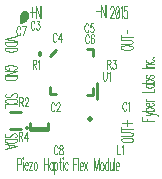
<source format=gto>
G04 DipTrace 2.4.0.2*
%INDRV2667.gto*%
%MOMM*%
%ADD10C,0.25*%
%ADD29O,0.511X0.48*%
%ADD30O,0.312X0.377*%
%ADD35O,0.407X0.494*%
%ADD41O,0.723X0.863*%
%ADD64C,0.118*%
%ADD65C,0.111*%
%FSLAX53Y53*%
G04*
G71*
G90*
G75*
G01*
%LNTopSilk*%
%LPD*%
X19983Y16624D2*
D10*
Y17923D1*
X15887Y14152D2*
X14289D1*
X15887Y13962D2*
X14289D1*
X15887D2*
Y14561D1*
X14289Y13962D2*
Y14561D1*
D29*
X19379Y14897D3*
X13591Y14071D2*
D10*
X12590D1*
X13591Y15472D2*
X12590D1*
D30*
X14061Y14150D3*
D35*
X15164Y20408D3*
X16034Y20202D2*
D10*
X16542Y20767D1*
X19179Y20787D2*
X19687D1*
Y20222D1*
X19698Y17526D2*
Y16961D1*
X19189D1*
X15994Y17570D2*
Y17004D1*
X16503D1*
G36*
X13597Y22938D2*
X14214Y23572D1*
X13731Y23918D1*
X13604Y23762D1*
X13597Y22938D1*
G37*
D41*
X13879Y23633D3*
X13594Y23055D2*
D10*
G03X14111Y23558I-68J586D01*
G01*
X13581Y23078D2*
G02X13641Y23698I970J219D01*
G01*
X22482Y16180D2*
D64*
X22461Y16253D1*
X22417Y16326D1*
X22373Y16362D1*
X22286D1*
X22242Y16326D1*
X22198Y16253D1*
X22176Y16180D1*
X22154Y16071D1*
Y15888D1*
X22176Y15780D1*
X22198Y15706D1*
X22242Y15634D1*
X22286Y15597D1*
X22373D1*
X22417Y15634D1*
X22461Y15706D1*
X22482Y15780D1*
X22623Y16216D2*
X22667Y16253D1*
X22733Y16362D1*
Y15597D1*
X16401Y16115D2*
X16380Y16187D1*
X16336Y16261D1*
X16292Y16297D1*
X16205D1*
X16161Y16261D1*
X16117Y16187D1*
X16095Y16115D1*
X16073Y16005D1*
Y15823D1*
X16095Y15714D1*
X16117Y15641D1*
X16161Y15568D1*
X16205Y15531D1*
X16292D1*
X16336Y15568D1*
X16380Y15641D1*
X16401Y15714D1*
X16565Y16114D2*
Y16150D1*
X16586Y16223D1*
X16608Y16260D1*
X16652Y16296D1*
X16740D1*
X16783Y16260D1*
X16805Y16223D1*
X16827Y16150D1*
Y16078D1*
X16805Y16004D1*
X16761Y15896D1*
X16542Y15531D1*
X16849D1*
X14695Y23032D2*
X14673Y23104D1*
X14629Y23177D1*
X14586Y23214D1*
X14498D1*
X14455Y23177D1*
X14411Y23104D1*
X14389Y23032D1*
X14367Y22922D1*
Y22739D1*
X14389Y22631D1*
X14411Y22557D1*
X14455Y22485D1*
X14498Y22448D1*
X14586D1*
X14629Y22485D1*
X14673Y22557D1*
X14695Y22631D1*
X14880Y23213D2*
X15120D1*
X14989Y22921D1*
X15055D1*
X15099Y22885D1*
X15120Y22849D1*
X15143Y22739D1*
Y22667D1*
X15120Y22557D1*
X15077Y22484D1*
X15011Y22448D1*
X14945D1*
X14880Y22484D1*
X14858Y22521D1*
X14836Y22594D1*
X16573Y22004D2*
X16552Y22077D1*
X16508Y22150D1*
X16464Y22186D1*
X16377D1*
X16333Y22150D1*
X16289Y22077D1*
X16267Y22004D1*
X16245Y21895D1*
Y21712D1*
X16267Y21603D1*
X16289Y21530D1*
X16333Y21458D1*
X16377Y21421D1*
X16464D1*
X16508Y21458D1*
X16552Y21530D1*
X16573Y21603D1*
X16933Y21421D2*
Y22186D1*
X16715Y21676D1*
X17043D1*
X19263Y22818D2*
X19241Y22890D1*
X19197Y22964D1*
X19154Y23000D1*
X19066D1*
X19022Y22964D1*
X18979Y22890D1*
X18957Y22818D1*
X18935Y22708D1*
Y22526D1*
X18957Y22417D1*
X18979Y22344D1*
X19022Y22271D1*
X19066Y22234D1*
X19154D1*
X19197Y22271D1*
X19241Y22344D1*
X19263Y22417D1*
X19667Y22999D2*
X19448D1*
X19426Y22671D1*
X19448Y22708D1*
X19514Y22745D1*
X19579D1*
X19645Y22708D1*
X19689Y22635D1*
X19710Y22526D1*
Y22453D1*
X19689Y22344D1*
X19645Y22270D1*
X19579Y22234D1*
X19514D1*
X19448Y22270D1*
X19426Y22307D1*
X19404Y22380D1*
X19321Y21871D2*
X19299Y21944D1*
X19255Y22017D1*
X19212Y22053D1*
X19124D1*
X19080Y22017D1*
X19037Y21944D1*
X19015Y21871D1*
X18993Y21762D1*
Y21579D1*
X19015Y21470D1*
X19037Y21397D1*
X19080Y21325D1*
X19124Y21287D1*
X19212D1*
X19255Y21325D1*
X19299Y21397D1*
X19321Y21470D1*
X19724Y21944D2*
X19703Y22016D1*
X19637Y22052D1*
X19593D1*
X19528Y22016D1*
X19484Y21907D1*
X19462Y21725D1*
Y21543D1*
X19484Y21397D1*
X19528Y21324D1*
X19593Y21287D1*
X19615D1*
X19680Y21324D1*
X19724Y21397D1*
X19746Y21506D1*
Y21543D1*
X19724Y21652D1*
X19680Y21725D1*
X19615Y21761D1*
X19593D1*
X19528Y21725D1*
X19484Y21652D1*
X19462Y21543D1*
X13500Y22551D2*
X13478Y22623D1*
X13434Y22697D1*
X13391Y22733D1*
X13304D1*
X13260Y22697D1*
X13216Y22623D1*
X13194Y22551D1*
X13172Y22441D1*
Y22259D1*
X13194Y22150D1*
X13216Y22077D1*
X13260Y22004D1*
X13304Y21967D1*
X13391D1*
X13434Y22004D1*
X13478Y22077D1*
X13500Y22150D1*
X13729Y21967D2*
X13948Y22732D1*
X13641D1*
X16654Y12478D2*
X16633Y12551D1*
X16589Y12624D1*
X16545Y12660D1*
X16458D1*
X16414Y12624D1*
X16370Y12551D1*
X16348Y12478D1*
X16326Y12369D1*
Y12186D1*
X16348Y12077D1*
X16370Y12004D1*
X16414Y11932D1*
X16458Y11895D1*
X16545D1*
X16589Y11932D1*
X16633Y12004D1*
X16654Y12077D1*
X16905Y12659D2*
X16839Y12623D1*
X16817Y12551D1*
Y12477D1*
X16839Y12405D1*
X16883Y12368D1*
X16970Y12332D1*
X17036Y12296D1*
X17080Y12222D1*
X17101Y12150D1*
Y12040D1*
X17080Y11968D1*
X17058Y11931D1*
X16992Y11895D1*
X16905D1*
X16839Y11931D1*
X16817Y11968D1*
X16796Y12040D1*
Y12150D1*
X16817Y12222D1*
X16861Y12296D1*
X16926Y12332D1*
X17014Y12368D1*
X17058Y12405D1*
X17080Y12477D1*
Y12551D1*
X17058Y12623D1*
X16992Y12659D1*
X16905D1*
X21673Y12702D2*
Y11937D1*
X21936D1*
X22077Y12556D2*
X22121Y12593D1*
X22187Y12701D1*
Y11937D1*
X14541Y19527D2*
X14738D1*
X14803Y19564D1*
X14826Y19600D1*
X14847Y19672D1*
Y19746D1*
X14826Y19818D1*
X14803Y19855D1*
X14738Y19891D1*
X14541D1*
Y19126D1*
X14694Y19527D2*
X14847Y19126D1*
X14989Y19745D2*
X15033Y19782D1*
X15098Y19890D1*
Y19126D1*
X13412Y16357D2*
X13608D1*
X13674Y16394D1*
X13696Y16430D1*
X13718Y16503D1*
Y16576D1*
X13696Y16649D1*
X13674Y16686D1*
X13608Y16722D1*
X13412D1*
Y15956D1*
X13565Y16357D2*
X13718Y15956D1*
X13881Y16539D2*
Y16575D1*
X13903Y16649D1*
X13925Y16685D1*
X13969Y16721D1*
X14056D1*
X14100Y16685D1*
X14121Y16649D1*
X14143Y16575D1*
Y16503D1*
X14121Y16430D1*
X14078Y16321D1*
X13859Y15956D1*
X14165D1*
X20834Y19542D2*
X21030D1*
X21096Y19579D1*
X21118Y19615D1*
X21140Y19687D1*
Y19761D1*
X21118Y19833D1*
X21096Y19870D1*
X21030Y19906D1*
X20834D1*
Y19141D1*
X20987Y19542D2*
X21140Y19141D1*
X21325Y19905D2*
X21565D1*
X21434Y19614D1*
X21500D1*
X21543Y19578D1*
X21565Y19542D1*
X21587Y19432D1*
Y19360D1*
X21565Y19250D1*
X21522Y19177D1*
X21456Y19141D1*
X21390D1*
X21325Y19177D1*
X21303Y19214D1*
X21281Y19286D1*
X13367Y13469D2*
X13563D1*
X13629Y13506D1*
X13651Y13543D1*
X13673Y13615D1*
Y13688D1*
X13651Y13761D1*
X13629Y13798D1*
X13563Y13834D1*
X13367D1*
Y13068D1*
X13520Y13469D2*
X13673Y13068D1*
X14033D2*
Y13833D1*
X13814Y13324D1*
X14142D1*
X20496Y18901D2*
Y18355D1*
X20518Y18245D1*
X20562Y18173D1*
X20628Y18136D1*
X20671D1*
X20737Y18173D1*
X20781Y18245D1*
X20803Y18355D1*
Y18901D1*
X20944Y18755D2*
X20988Y18792D1*
X21054Y18900D1*
Y18136D1*
X13222Y21885D2*
D65*
X12201Y21691D1*
X13222Y21497D1*
Y21385D2*
X12201D1*
Y21215D1*
X12250Y21142D1*
X12347Y21093D1*
X12445Y21069D1*
X12589Y21045D1*
X12833D1*
X12979Y21069D1*
X13076Y21093D1*
X13173Y21142D1*
X13222Y21215D1*
Y21385D1*
Y20934D2*
X12201D1*
Y20764D1*
X12250Y20691D1*
X12347Y20642D1*
X12445Y20618D1*
X12589Y20594D1*
X12833D1*
X12979Y20618D1*
X13076Y20642D1*
X13173Y20691D1*
X13222Y20764D1*
Y20934D1*
X12945Y19076D2*
X13041Y19100D1*
X13139Y19149D1*
X13187Y19197D1*
Y19294D1*
X13139Y19343D1*
X13041Y19391D1*
X12945Y19416D1*
X12799Y19440D1*
X12555D1*
X12410Y19416D1*
X12312Y19391D1*
X12216Y19343D1*
X12166Y19294D1*
Y19197D1*
X12216Y19149D1*
X12312Y19100D1*
X12410Y19076D1*
X12555D1*
Y19197D1*
X13187Y18624D2*
X12166D1*
X13187Y18964D1*
X12166D1*
X13187Y18513D2*
X12166D1*
Y18343D1*
X12216Y18270D1*
X12312Y18221D1*
X12410Y18197D1*
X12555Y18173D1*
X12799D1*
X12945Y18197D1*
X13041Y18221D1*
X13139Y18270D1*
X13187Y18343D1*
Y18513D1*
X13102Y16729D2*
X13199Y16777D1*
X13248Y16850D1*
Y16947D1*
X13199Y17020D1*
X13102Y17069D1*
X13005D1*
X12907Y17044D1*
X12859Y17020D1*
X12811Y16972D1*
X12713Y16826D1*
X12665Y16777D1*
X12615Y16753D1*
X12519Y16729D1*
X12373D1*
X12276Y16777D1*
X12227Y16850D1*
Y16947D1*
X12276Y17020D1*
X12373Y17069D1*
X13005Y16253D2*
X13102Y16277D1*
X13199Y16326D1*
X13248Y16375D1*
Y16472D1*
X13199Y16521D1*
X13102Y16569D1*
X13005Y16594D1*
X12859Y16618D1*
X12615D1*
X12471Y16594D1*
X12373Y16569D1*
X12276Y16521D1*
X12227Y16472D1*
Y16375D1*
X12276Y16326D1*
X12373Y16277D1*
X12471Y16253D1*
X13248Y16142D2*
X12227D1*
Y15851D1*
X13058Y13329D2*
X13156Y13378D1*
X13204Y13451D1*
Y13548D1*
X13156Y13621D1*
X13058Y13670D1*
X12962D1*
X12864Y13645D1*
X12816Y13621D1*
X12767Y13573D1*
X12670Y13427D1*
X12621Y13378D1*
X12572Y13354D1*
X12475Y13329D1*
X12329D1*
X12233Y13378D1*
X12183Y13451D1*
Y13548D1*
X12233Y13621D1*
X12329Y13670D1*
X13204Y13218D2*
X12183D1*
Y13048D1*
X12233Y12975D1*
X12329Y12926D1*
X12427Y12902D1*
X12572Y12878D1*
X12816D1*
X12962Y12902D1*
X13058Y12926D1*
X13156Y12975D1*
X13204Y13048D1*
Y13218D1*
X12183Y12378D2*
X13204Y12573D1*
X12183Y12767D1*
X12524Y12694D2*
Y12451D1*
X20775Y23511D2*
Y24532D1*
X20324Y23511D2*
Y24532D1*
X20664Y23511D1*
Y24532D1*
X20213Y24022D2*
X19932D1*
X15286Y23444D2*
Y24465D1*
X14834Y23444D2*
Y24465D1*
X15175Y23444D1*
Y24465D1*
X14505Y23517D2*
Y24392D1*
X14723Y23955D2*
X14286D1*
X22012Y20892D2*
X22060Y20843D1*
X22158Y20795D1*
X22255Y20770D1*
X22401Y20746D1*
X22644D1*
X22789Y20770D1*
X22887Y20795D1*
X22984Y20843D1*
X23033Y20892D1*
Y20989D1*
X22984Y21038D1*
X22887Y21086D1*
X22789Y21111D1*
X22644Y21135D1*
X22401D1*
X22255Y21111D1*
X22158Y21086D1*
X22060Y21038D1*
X22012Y20989D1*
Y20892D1*
Y21246D2*
X22741D1*
X22887Y21270D1*
X22984Y21319D1*
X23033Y21392D1*
Y21440D1*
X22984Y21513D1*
X22887Y21562D1*
X22741Y21586D1*
X22012D1*
Y21867D2*
X23033D1*
X22012Y21697D2*
Y22038D1*
X22523Y22149D2*
Y22429D1*
X22035Y13078D2*
X22083Y13029D1*
X22181Y12981D1*
X22277Y12956D1*
X22423Y12932D1*
X22667D1*
X22812Y12956D1*
X22910Y12981D1*
X23006Y13029D1*
X23056Y13078D1*
Y13175D1*
X23006Y13223D1*
X22910Y13272D1*
X22812Y13296D1*
X22667Y13321D1*
X22423D1*
X22277Y13296D1*
X22181Y13272D1*
X22083Y13223D1*
X22035Y13175D1*
Y13078D1*
Y13432D2*
X22764D1*
X22910Y13456D1*
X23006Y13505D1*
X23056Y13578D1*
Y13626D1*
X23006Y13699D1*
X22910Y13748D1*
X22764Y13772D1*
X22035D1*
Y14053D2*
X23056D1*
X22035Y13883D2*
Y14223D1*
X22108Y14553D2*
X22983D1*
X22546Y14334D2*
Y14772D1*
X13235Y11057D2*
X13454D1*
X13526Y11105D1*
X13551Y11155D1*
X13575Y11251D1*
Y11397D1*
X13551Y11494D1*
X13526Y11543D1*
X13454Y11592D1*
X13235D1*
Y10571D1*
X13686Y11592D2*
X13711Y11543D1*
X13735Y11592D1*
X13711Y11641D1*
X13686Y11592D1*
X13711Y11251D2*
Y10571D1*
X13846Y10959D2*
X14138D1*
Y11057D1*
X14114Y11155D1*
X14090Y11203D1*
X14041Y11251D1*
X13968D1*
X13919Y11203D1*
X13871Y11105D1*
X13846Y10959D1*
Y10863D1*
X13871Y10717D1*
X13919Y10620D1*
X13968Y10571D1*
X14041D1*
X14090Y10620D1*
X14138Y10717D1*
X14249Y11251D2*
X14516D1*
X14249Y10571D1*
X14516D1*
X14749Y11251D2*
X14700Y11203D1*
X14652Y11105D1*
X14627Y10959D1*
Y10863D1*
X14652Y10717D1*
X14700Y10620D1*
X14749Y10571D1*
X14822D1*
X14871Y10620D1*
X14919Y10717D1*
X14944Y10863D1*
Y10959D1*
X14919Y11105D1*
X14871Y11203D1*
X14822Y11251D1*
X14749D1*
X15503Y11592D2*
Y10571D1*
X15843Y11592D2*
Y10571D1*
X15503Y11105D2*
X15843D1*
X16246Y11251D2*
Y10571D1*
Y11105D2*
X16197Y11203D1*
X16148Y11251D1*
X16076D1*
X16027Y11203D1*
X15979Y11105D1*
X15954Y10959D1*
Y10863D1*
X15979Y10717D1*
X16027Y10620D1*
X16076Y10571D1*
X16148D1*
X16197Y10620D1*
X16246Y10717D1*
X16357Y11251D2*
Y10230D1*
Y11105D2*
X16405Y11202D1*
X16454Y11251D1*
X16527D1*
X16576Y11202D1*
X16624Y11105D1*
X16649Y10959D1*
Y10862D1*
X16624Y10717D1*
X16576Y10619D1*
X16527Y10571D1*
X16454D1*
X16405Y10619D1*
X16357Y10717D1*
X16833Y11592D2*
Y10765D1*
X16857Y10620D1*
X16906Y10571D1*
X16954D1*
X16760Y11251D2*
X16930D1*
X17065Y11592D2*
X17089Y11543D1*
X17114Y11592D1*
X17089Y11641D1*
X17065Y11592D1*
X17089Y11251D2*
Y10571D1*
X17517Y11105D2*
X17468Y11203D1*
X17419Y11251D1*
X17347D1*
X17298Y11203D1*
X17250Y11105D1*
X17225Y10959D1*
Y10863D1*
X17250Y10717D1*
X17298Y10620D1*
X17347Y10571D1*
X17419D1*
X17468Y10620D1*
X17517Y10717D1*
X18299Y11569D2*
X17982D1*
Y10548D1*
Y11083D2*
X18177D1*
X18410Y11569D2*
Y10548D1*
X18521Y10937D2*
X18812D1*
Y11035D1*
X18788Y11132D1*
X18764Y11181D1*
X18715Y11229D1*
X18642D1*
X18594Y11181D1*
X18545Y11083D1*
X18521Y10937D1*
Y10840D1*
X18545Y10694D1*
X18594Y10598D1*
X18642Y10548D1*
X18715D1*
X18764Y10598D1*
X18812Y10694D1*
X18923Y11229D2*
X19191Y10548D1*
Y11229D2*
X18923Y10548D1*
X20138D2*
Y11569D1*
X19944Y10548D1*
X19750Y11569D1*
Y10548D1*
X20371Y11229D2*
X20322Y11181D1*
X20274Y11083D1*
X20249Y10937D1*
Y10840D1*
X20274Y10694D1*
X20322Y10598D1*
X20371Y10548D1*
X20444D1*
X20493Y10598D1*
X20541Y10694D1*
X20566Y10840D1*
Y10937D1*
X20541Y11083D1*
X20493Y11181D1*
X20444Y11229D1*
X20371D1*
X20968Y11569D2*
Y10548D1*
Y11083D2*
X20920Y11181D1*
X20871Y11229D1*
X20798D1*
X20750Y11181D1*
X20701Y11083D1*
X20677Y10937D1*
Y10840D1*
X20701Y10694D1*
X20750Y10598D1*
X20798Y10548D1*
X20871D1*
X20920Y10598D1*
X20968Y10694D1*
X21079Y11229D2*
Y10743D1*
X21103Y10598D1*
X21152Y10548D1*
X21225D1*
X21274Y10598D1*
X21347Y10743D1*
Y11229D2*
Y10548D1*
X21458Y11569D2*
Y10548D1*
X21569Y10937D2*
X21860D1*
Y11035D1*
X21836Y11132D1*
X21812Y11181D1*
X21763Y11229D1*
X21690D1*
X21642Y11181D1*
X21593Y11083D1*
X21569Y10937D1*
Y10840D1*
X21593Y10694D1*
X21642Y10598D1*
X21690Y10548D1*
X21763D1*
X21812Y10598D1*
X21860Y10694D1*
X23778Y15054D2*
Y14738D1*
X24799D1*
X24264D2*
Y14932D1*
X24118Y15190D2*
X24799Y15335D1*
X24993Y15287D1*
X25091Y15238D1*
X25139Y15190D1*
Y15165D1*
X24118Y15481D2*
X24799Y15335D1*
X23778Y15592D2*
X24799D1*
X24264D2*
X24167Y15641D1*
X24118Y15689D1*
Y15762D1*
X24167Y15811D1*
X24264Y15859D1*
X24410Y15884D1*
X24507D1*
X24653Y15859D1*
X24750Y15811D1*
X24799Y15762D1*
Y15689D1*
X24750Y15641D1*
X24653Y15592D1*
X24410Y15995D2*
Y16286D1*
X24313D1*
X24215Y16262D1*
X24167Y16238D1*
X24118Y16189D1*
Y16116D1*
X24167Y16068D1*
X24264Y16019D1*
X24410Y15995D1*
X24507D1*
X24653Y16019D1*
X24750Y16068D1*
X24799Y16116D1*
Y16189D1*
X24750Y16238D1*
X24653Y16286D1*
X24118Y16397D2*
X24799D1*
X24410D2*
X24264Y16422D1*
X24167Y16470D1*
X24118Y16519D1*
Y16592D1*
X23778Y17151D2*
X24799D1*
Y17443D1*
X24118Y17845D2*
X24799D1*
X24264D2*
X24167Y17797D1*
X24118Y17748D1*
Y17676D1*
X24167Y17627D1*
X24264Y17578D1*
X24410Y17554D1*
X24507D1*
X24653Y17578D1*
X24750Y17627D1*
X24799Y17676D1*
Y17748D1*
X24750Y17797D1*
X24653Y17845D1*
X23778Y17956D2*
X24799D1*
X24264D2*
X24167Y18005D1*
X24118Y18053D1*
Y18126D1*
X24167Y18175D1*
X24264Y18224D1*
X24410Y18248D1*
X24507D1*
X24653Y18224D1*
X24750Y18175D1*
X24799Y18126D1*
Y18053D1*
X24750Y18005D1*
X24653Y17956D1*
X24264Y18626D2*
X24167Y18602D1*
X24118Y18529D1*
Y18456D1*
X24167Y18383D1*
X24264Y18359D1*
X24361Y18383D1*
X24410Y18432D1*
X24459Y18553D1*
X24507Y18602D1*
X24605Y18626D1*
X24653D1*
X24750Y18602D1*
X24799Y18529D1*
Y18456D1*
X24750Y18383D1*
X24653Y18359D1*
X23778Y19185D2*
X24799D1*
X24118Y19296D2*
X24799D1*
X24313D2*
X24167Y19369D1*
X24118Y19418D1*
Y19491D1*
X24167Y19540D1*
X24313Y19564D1*
X24799D1*
X24264Y19967D2*
X24167Y19918D1*
X24118Y19869D1*
Y19797D1*
X24167Y19748D1*
X24264Y19699D1*
X24410Y19675D1*
X24507D1*
X24653Y19699D1*
X24750Y19748D1*
X24799Y19797D1*
Y19869D1*
X24750Y19918D1*
X24653Y19967D1*
X24701Y20102D2*
X24751Y20078D1*
X24799Y20102D1*
X24751Y20127D1*
X24701Y20102D1*
X21119Y24204D2*
Y24252D1*
X21143Y24350D1*
X21167Y24398D1*
X21216Y24446D1*
X21313D1*
X21361Y24398D1*
X21385Y24350D1*
X21410Y24252D1*
Y24155D1*
X21385Y24058D1*
X21337Y23913D1*
X21094Y23426D1*
X21434D1*
X21691Y24446D2*
X21618Y24398D1*
X21569Y24252D1*
X21545Y24009D1*
Y23863D1*
X21569Y23621D1*
X21618Y23475D1*
X21691Y23426D1*
X21740D1*
X21813Y23475D1*
X21861Y23621D1*
X21886Y23863D1*
Y24009D1*
X21861Y24252D1*
X21813Y24398D1*
X21740Y24446D1*
X21691D1*
X21861Y24252D2*
X21569Y23621D1*
X21997Y24252D2*
X22046Y24301D1*
X22119Y24446D1*
Y23426D1*
X22521Y24446D2*
X22279D1*
X22254Y24009D1*
X22279Y24058D1*
X22352Y24107D1*
X22424D1*
X22497Y24058D1*
X22546Y23961D1*
X22570Y23815D1*
Y23718D1*
X22546Y23572D1*
X22497Y23475D1*
X22424Y23426D1*
X22352D1*
X22279Y23475D1*
X22254Y23524D1*
X22230Y23621D1*
M02*

</source>
